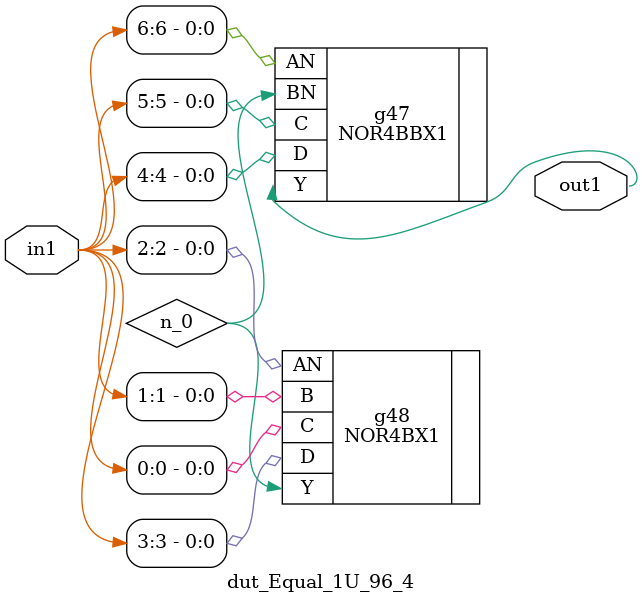
<source format=v>
`timescale 1ps / 1ps


module dut_Equal_1U_96_4(in1, out1);
  input [6:0] in1;
  output out1;
  wire [6:0] in1;
  wire out1;
  wire n_0;
  NOR4BBX1 g47(.AN (in1[6]), .BN (n_0), .C (in1[5]), .D (in1[4]), .Y
       (out1));
  NOR4BX1 g48(.AN (in1[2]), .B (in1[1]), .C (in1[0]), .D (in1[3]), .Y
       (n_0));
endmodule



</source>
